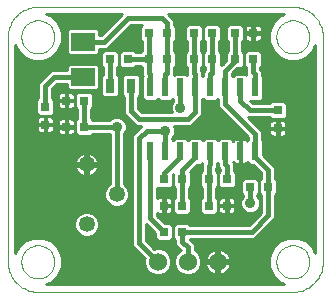
<source format=gtl>
G75*
G70*
%OFA0B0*%
%FSLAX24Y24*%
%IPPOS*%
%LPD*%
%AMOC8*
5,1,8,0,0,1.08239X$1,22.5*
%
%ADD10C,0.0000*%
%ADD11R,0.0236X0.0591*%
%ADD12R,0.0300X0.0300*%
%ADD13R,0.0315X0.0472*%
%ADD14C,0.0531*%
%ADD15C,0.0600*%
%ADD16R,0.0787X0.0591*%
%ADD17C,0.0100*%
%ADD18C,0.0160*%
%ADD19C,0.0357*%
D10*
X001650Y000650D02*
X010150Y000650D01*
X009599Y001650D02*
X009601Y001697D01*
X009607Y001743D01*
X009617Y001789D01*
X009630Y001834D01*
X009648Y001877D01*
X009669Y001919D01*
X009693Y001959D01*
X009721Y001996D01*
X009752Y002031D01*
X009786Y002064D01*
X009822Y002093D01*
X009861Y002119D01*
X009902Y002142D01*
X009945Y002161D01*
X009989Y002177D01*
X010034Y002189D01*
X010080Y002197D01*
X010127Y002201D01*
X010173Y002201D01*
X010220Y002197D01*
X010266Y002189D01*
X010311Y002177D01*
X010355Y002161D01*
X010398Y002142D01*
X010439Y002119D01*
X010478Y002093D01*
X010514Y002064D01*
X010548Y002031D01*
X010579Y001996D01*
X010607Y001959D01*
X010631Y001919D01*
X010652Y001877D01*
X010670Y001834D01*
X010683Y001789D01*
X010693Y001743D01*
X010699Y001697D01*
X010701Y001650D01*
X010699Y001603D01*
X010693Y001557D01*
X010683Y001511D01*
X010670Y001466D01*
X010652Y001423D01*
X010631Y001381D01*
X010607Y001341D01*
X010579Y001304D01*
X010548Y001269D01*
X010514Y001236D01*
X010478Y001207D01*
X010439Y001181D01*
X010398Y001158D01*
X010355Y001139D01*
X010311Y001123D01*
X010266Y001111D01*
X010220Y001103D01*
X010173Y001099D01*
X010127Y001099D01*
X010080Y001103D01*
X010034Y001111D01*
X009989Y001123D01*
X009945Y001139D01*
X009902Y001158D01*
X009861Y001181D01*
X009822Y001207D01*
X009786Y001236D01*
X009752Y001269D01*
X009721Y001304D01*
X009693Y001341D01*
X009669Y001381D01*
X009648Y001423D01*
X009630Y001466D01*
X009617Y001511D01*
X009607Y001557D01*
X009601Y001603D01*
X009599Y001650D01*
X010150Y000650D02*
X010210Y000652D01*
X010271Y000657D01*
X010330Y000666D01*
X010389Y000679D01*
X010448Y000695D01*
X010505Y000715D01*
X010560Y000738D01*
X010615Y000765D01*
X010667Y000794D01*
X010718Y000827D01*
X010767Y000863D01*
X010813Y000901D01*
X010857Y000943D01*
X010899Y000987D01*
X010937Y001033D01*
X010973Y001082D01*
X011006Y001133D01*
X011035Y001185D01*
X011062Y001240D01*
X011085Y001295D01*
X011105Y001352D01*
X011121Y001411D01*
X011134Y001470D01*
X011143Y001529D01*
X011148Y001590D01*
X011150Y001650D01*
X011150Y009150D01*
X009599Y009150D02*
X009601Y009197D01*
X009607Y009243D01*
X009617Y009289D01*
X009630Y009334D01*
X009648Y009377D01*
X009669Y009419D01*
X009693Y009459D01*
X009721Y009496D01*
X009752Y009531D01*
X009786Y009564D01*
X009822Y009593D01*
X009861Y009619D01*
X009902Y009642D01*
X009945Y009661D01*
X009989Y009677D01*
X010034Y009689D01*
X010080Y009697D01*
X010127Y009701D01*
X010173Y009701D01*
X010220Y009697D01*
X010266Y009689D01*
X010311Y009677D01*
X010355Y009661D01*
X010398Y009642D01*
X010439Y009619D01*
X010478Y009593D01*
X010514Y009564D01*
X010548Y009531D01*
X010579Y009496D01*
X010607Y009459D01*
X010631Y009419D01*
X010652Y009377D01*
X010670Y009334D01*
X010683Y009289D01*
X010693Y009243D01*
X010699Y009197D01*
X010701Y009150D01*
X010699Y009103D01*
X010693Y009057D01*
X010683Y009011D01*
X010670Y008966D01*
X010652Y008923D01*
X010631Y008881D01*
X010607Y008841D01*
X010579Y008804D01*
X010548Y008769D01*
X010514Y008736D01*
X010478Y008707D01*
X010439Y008681D01*
X010398Y008658D01*
X010355Y008639D01*
X010311Y008623D01*
X010266Y008611D01*
X010220Y008603D01*
X010173Y008599D01*
X010127Y008599D01*
X010080Y008603D01*
X010034Y008611D01*
X009989Y008623D01*
X009945Y008639D01*
X009902Y008658D01*
X009861Y008681D01*
X009822Y008707D01*
X009786Y008736D01*
X009752Y008769D01*
X009721Y008804D01*
X009693Y008841D01*
X009669Y008881D01*
X009648Y008923D01*
X009630Y008966D01*
X009617Y009011D01*
X009607Y009057D01*
X009601Y009103D01*
X009599Y009150D01*
X010150Y010150D02*
X010210Y010148D01*
X010271Y010143D01*
X010330Y010134D01*
X010389Y010121D01*
X010448Y010105D01*
X010505Y010085D01*
X010560Y010062D01*
X010615Y010035D01*
X010667Y010006D01*
X010718Y009973D01*
X010767Y009937D01*
X010813Y009899D01*
X010857Y009857D01*
X010899Y009813D01*
X010937Y009767D01*
X010973Y009718D01*
X011006Y009667D01*
X011035Y009615D01*
X011062Y009560D01*
X011085Y009505D01*
X011105Y009448D01*
X011121Y009389D01*
X011134Y009330D01*
X011143Y009271D01*
X011148Y009210D01*
X011150Y009150D01*
X010150Y010150D02*
X001650Y010150D01*
X001099Y009150D02*
X001101Y009197D01*
X001107Y009243D01*
X001117Y009289D01*
X001130Y009334D01*
X001148Y009377D01*
X001169Y009419D01*
X001193Y009459D01*
X001221Y009496D01*
X001252Y009531D01*
X001286Y009564D01*
X001322Y009593D01*
X001361Y009619D01*
X001402Y009642D01*
X001445Y009661D01*
X001489Y009677D01*
X001534Y009689D01*
X001580Y009697D01*
X001627Y009701D01*
X001673Y009701D01*
X001720Y009697D01*
X001766Y009689D01*
X001811Y009677D01*
X001855Y009661D01*
X001898Y009642D01*
X001939Y009619D01*
X001978Y009593D01*
X002014Y009564D01*
X002048Y009531D01*
X002079Y009496D01*
X002107Y009459D01*
X002131Y009419D01*
X002152Y009377D01*
X002170Y009334D01*
X002183Y009289D01*
X002193Y009243D01*
X002199Y009197D01*
X002201Y009150D01*
X002199Y009103D01*
X002193Y009057D01*
X002183Y009011D01*
X002170Y008966D01*
X002152Y008923D01*
X002131Y008881D01*
X002107Y008841D01*
X002079Y008804D01*
X002048Y008769D01*
X002014Y008736D01*
X001978Y008707D01*
X001939Y008681D01*
X001898Y008658D01*
X001855Y008639D01*
X001811Y008623D01*
X001766Y008611D01*
X001720Y008603D01*
X001673Y008599D01*
X001627Y008599D01*
X001580Y008603D01*
X001534Y008611D01*
X001489Y008623D01*
X001445Y008639D01*
X001402Y008658D01*
X001361Y008681D01*
X001322Y008707D01*
X001286Y008736D01*
X001252Y008769D01*
X001221Y008804D01*
X001193Y008841D01*
X001169Y008881D01*
X001148Y008923D01*
X001130Y008966D01*
X001117Y009011D01*
X001107Y009057D01*
X001101Y009103D01*
X001099Y009150D01*
X000650Y009150D02*
X000650Y001650D01*
X001099Y001650D02*
X001101Y001697D01*
X001107Y001743D01*
X001117Y001789D01*
X001130Y001834D01*
X001148Y001877D01*
X001169Y001919D01*
X001193Y001959D01*
X001221Y001996D01*
X001252Y002031D01*
X001286Y002064D01*
X001322Y002093D01*
X001361Y002119D01*
X001402Y002142D01*
X001445Y002161D01*
X001489Y002177D01*
X001534Y002189D01*
X001580Y002197D01*
X001627Y002201D01*
X001673Y002201D01*
X001720Y002197D01*
X001766Y002189D01*
X001811Y002177D01*
X001855Y002161D01*
X001898Y002142D01*
X001939Y002119D01*
X001978Y002093D01*
X002014Y002064D01*
X002048Y002031D01*
X002079Y001996D01*
X002107Y001959D01*
X002131Y001919D01*
X002152Y001877D01*
X002170Y001834D01*
X002183Y001789D01*
X002193Y001743D01*
X002199Y001697D01*
X002201Y001650D01*
X002199Y001603D01*
X002193Y001557D01*
X002183Y001511D01*
X002170Y001466D01*
X002152Y001423D01*
X002131Y001381D01*
X002107Y001341D01*
X002079Y001304D01*
X002048Y001269D01*
X002014Y001236D01*
X001978Y001207D01*
X001939Y001181D01*
X001898Y001158D01*
X001855Y001139D01*
X001811Y001123D01*
X001766Y001111D01*
X001720Y001103D01*
X001673Y001099D01*
X001627Y001099D01*
X001580Y001103D01*
X001534Y001111D01*
X001489Y001123D01*
X001445Y001139D01*
X001402Y001158D01*
X001361Y001181D01*
X001322Y001207D01*
X001286Y001236D01*
X001252Y001269D01*
X001221Y001304D01*
X001193Y001341D01*
X001169Y001381D01*
X001148Y001423D01*
X001130Y001466D01*
X001117Y001511D01*
X001107Y001557D01*
X001101Y001603D01*
X001099Y001650D01*
X000650Y001650D02*
X000652Y001590D01*
X000657Y001529D01*
X000666Y001470D01*
X000679Y001411D01*
X000695Y001352D01*
X000715Y001295D01*
X000738Y001240D01*
X000765Y001185D01*
X000794Y001133D01*
X000827Y001082D01*
X000863Y001033D01*
X000901Y000987D01*
X000943Y000943D01*
X000987Y000901D01*
X001033Y000863D01*
X001082Y000827D01*
X001133Y000794D01*
X001185Y000765D01*
X001240Y000738D01*
X001295Y000715D01*
X001352Y000695D01*
X001411Y000679D01*
X001470Y000666D01*
X001529Y000657D01*
X001590Y000652D01*
X001650Y000650D01*
X000650Y009150D02*
X000652Y009210D01*
X000657Y009271D01*
X000666Y009330D01*
X000679Y009389D01*
X000695Y009448D01*
X000715Y009505D01*
X000738Y009560D01*
X000765Y009615D01*
X000794Y009667D01*
X000827Y009718D01*
X000863Y009767D01*
X000901Y009813D01*
X000943Y009857D01*
X000987Y009899D01*
X001033Y009937D01*
X001082Y009973D01*
X001133Y010006D01*
X001185Y010035D01*
X001240Y010062D01*
X001295Y010085D01*
X001352Y010105D01*
X001411Y010121D01*
X001470Y010134D01*
X001529Y010143D01*
X001590Y010148D01*
X001650Y010150D01*
D11*
X005400Y007463D03*
X005900Y007463D03*
X006400Y007463D03*
X006900Y007463D03*
X007400Y007463D03*
X007900Y007463D03*
X008400Y007463D03*
X008900Y007463D03*
X008900Y005337D03*
X008400Y005337D03*
X007900Y005337D03*
X007400Y005337D03*
X006900Y005337D03*
X006400Y005337D03*
X005900Y005337D03*
X005400Y005337D03*
D12*
X005850Y004400D03*
X006450Y004400D03*
X006450Y003525D03*
X005850Y003525D03*
X005850Y002650D03*
X006450Y002650D03*
X007350Y003525D03*
X007950Y003525D03*
X008725Y004150D03*
X009325Y004150D03*
X007950Y004400D03*
X007350Y004400D03*
X009650Y006100D03*
X009650Y006700D03*
X008825Y008400D03*
X008225Y008400D03*
X007450Y008400D03*
X006850Y008400D03*
X006850Y009275D03*
X007450Y009275D03*
X008225Y009275D03*
X008825Y009275D03*
X005950Y009275D03*
X005350Y009275D03*
X005350Y008400D03*
X005950Y008400D03*
X004650Y008400D03*
X004050Y008400D03*
X003200Y007025D03*
X002600Y007025D03*
X001900Y006825D03*
X001900Y006225D03*
X002600Y006150D03*
X003200Y006150D03*
D13*
X004046Y007525D03*
X004754Y007525D03*
D14*
X003275Y004900D03*
X004275Y003900D03*
X003275Y002900D03*
D15*
X005650Y001650D03*
X006650Y001650D03*
X007650Y001650D03*
D16*
X003150Y007809D03*
X003150Y008991D03*
D17*
X002606Y009015D02*
X002451Y009015D01*
X002451Y008991D02*
X002451Y009309D01*
X002329Y009604D01*
X002104Y009829D01*
X001933Y009900D01*
X004450Y009900D01*
X003770Y009221D01*
X003694Y009221D01*
X003694Y009348D01*
X003606Y009436D01*
X002694Y009436D01*
X002606Y009348D01*
X002606Y008633D01*
X002694Y008545D01*
X003606Y008545D01*
X003694Y008633D01*
X003694Y008761D01*
X003961Y008761D01*
X004096Y008895D01*
X004745Y009545D01*
X005108Y009545D01*
X005050Y009487D01*
X005050Y009063D01*
X005120Y008993D01*
X005120Y008682D01*
X005068Y008630D01*
X004932Y008630D01*
X004862Y008700D01*
X004438Y008700D01*
X004350Y008612D01*
X004262Y008700D01*
X003838Y008700D01*
X003750Y008612D01*
X003750Y008188D01*
X003820Y008118D01*
X003820Y007905D01*
X003738Y007823D01*
X003738Y007227D01*
X003826Y007139D01*
X004265Y007139D01*
X004353Y007227D01*
X004353Y007823D01*
X004280Y007897D01*
X004280Y008118D01*
X004350Y008188D01*
X004350Y008612D01*
X004350Y008188D01*
X004438Y008100D01*
X004862Y008100D01*
X004932Y008170D01*
X005068Y008170D01*
X005120Y008118D01*
X005120Y007855D01*
X005143Y007832D01*
X005132Y007820D01*
X005132Y007106D01*
X005220Y007018D01*
X005580Y007018D01*
X005650Y007087D01*
X005720Y007018D01*
X006080Y007018D01*
X006150Y007087D01*
X006170Y007067D01*
X006170Y007010D01*
X006121Y006961D01*
X006071Y006840D01*
X006071Y006710D01*
X006104Y006630D01*
X005120Y006630D01*
X004984Y006766D01*
X004984Y007149D01*
X005062Y007227D01*
X005062Y007823D01*
X004974Y007911D01*
X004535Y007911D01*
X004447Y007823D01*
X004447Y007227D01*
X004524Y007149D01*
X004524Y006575D01*
X004795Y006305D01*
X004930Y006170D01*
X005095Y006170D01*
X005045Y006120D01*
X004795Y005870D01*
X004795Y002180D01*
X004930Y002045D01*
X005210Y001764D01*
X005200Y001740D01*
X005200Y001560D01*
X005269Y001395D01*
X005395Y001269D01*
X005560Y001200D01*
X005740Y001200D01*
X005905Y001269D01*
X006031Y001395D01*
X006100Y001560D01*
X006100Y001740D01*
X006031Y001905D01*
X005905Y002031D01*
X005740Y002100D01*
X005560Y002100D01*
X005536Y002090D01*
X005255Y002370D01*
X005255Y002920D01*
X005550Y002625D01*
X005550Y002438D01*
X005638Y002350D01*
X006062Y002350D01*
X006150Y002438D01*
X006216Y002371D01*
X006220Y002317D01*
X005308Y002317D01*
X005255Y002416D02*
X005572Y002416D01*
X005550Y002514D02*
X005255Y002514D01*
X005255Y002613D02*
X005550Y002613D01*
X005464Y002711D02*
X005255Y002711D01*
X005255Y002810D02*
X005365Y002810D01*
X005267Y002908D02*
X005255Y002908D01*
X005630Y003195D02*
X005630Y003265D01*
X005650Y003254D01*
X005683Y003245D01*
X005825Y003245D01*
X005825Y003500D01*
X005875Y003500D01*
X005875Y003550D01*
X005825Y003550D01*
X005825Y003805D01*
X005683Y003805D01*
X005650Y003796D01*
X005630Y003785D01*
X005630Y004108D01*
X005638Y004100D01*
X006062Y004100D01*
X006150Y004188D01*
X006220Y004118D01*
X006220Y003807D01*
X006150Y003737D01*
X006150Y003313D01*
X006238Y003225D01*
X006662Y003225D01*
X006750Y003313D01*
X006750Y003737D01*
X006680Y003807D01*
X006680Y004118D01*
X006750Y004188D01*
X006750Y004612D01*
X006719Y004643D01*
X006967Y004892D01*
X007080Y004892D01*
X007120Y004931D01*
X007120Y004682D01*
X007050Y004612D01*
X007050Y004188D01*
X007120Y004118D01*
X007120Y003807D01*
X007050Y003737D01*
X007050Y003313D01*
X007138Y003225D01*
X007562Y003225D01*
X007650Y003313D01*
X007650Y003737D01*
X007580Y003807D01*
X007580Y004118D01*
X007650Y004188D01*
X007738Y004100D01*
X008162Y004100D01*
X008250Y004188D01*
X008250Y004612D01*
X008180Y004682D01*
X008180Y004945D01*
X008157Y004968D01*
X008168Y004979D01*
X008178Y004962D01*
X008202Y004938D01*
X008232Y004921D01*
X008265Y004912D01*
X008391Y004912D01*
X008391Y005328D01*
X008409Y005328D01*
X008409Y004912D01*
X008535Y004912D01*
X008568Y004921D01*
X008598Y004938D01*
X008622Y004962D01*
X008632Y004979D01*
X008720Y004892D01*
X008833Y004892D01*
X009095Y004630D01*
X009095Y004432D01*
X009025Y004362D01*
X008937Y004450D01*
X008513Y004450D01*
X008425Y004362D01*
X008425Y003938D01*
X008495Y003868D01*
X008495Y003835D01*
X008446Y003786D01*
X008396Y003665D01*
X008396Y003535D01*
X008446Y003414D01*
X008539Y003321D01*
X008660Y003271D01*
X008790Y003271D01*
X008911Y003321D01*
X009004Y003414D01*
X009054Y003535D01*
X009054Y003665D01*
X009004Y003786D01*
X008955Y003835D01*
X008955Y003868D01*
X009025Y003938D01*
X009025Y004362D01*
X009025Y003938D01*
X009095Y003868D01*
X009095Y003295D01*
X008680Y002880D01*
X006732Y002880D01*
X006662Y002950D01*
X006238Y002950D01*
X006150Y002862D01*
X006150Y002438D01*
X006150Y002862D01*
X006062Y002950D01*
X005875Y002950D01*
X005630Y003195D01*
X005630Y003204D02*
X009003Y003204D01*
X009095Y003302D02*
X008865Y003302D01*
X008990Y003401D02*
X009095Y003401D01*
X009095Y003499D02*
X009039Y003499D01*
X009054Y003598D02*
X009095Y003598D01*
X009095Y003696D02*
X009041Y003696D01*
X008995Y003795D02*
X009095Y003795D01*
X009070Y003893D02*
X008980Y003893D01*
X009025Y003992D02*
X009025Y003992D01*
X009025Y004090D02*
X009025Y004090D01*
X009025Y004189D02*
X009025Y004189D01*
X009025Y004287D02*
X009025Y004287D01*
X009002Y004386D02*
X009048Y004386D01*
X009095Y004484D02*
X008250Y004484D01*
X008250Y004386D02*
X008448Y004386D01*
X008425Y004287D02*
X008250Y004287D01*
X008250Y004189D02*
X008425Y004189D01*
X008425Y004090D02*
X007580Y004090D01*
X007580Y003992D02*
X008425Y003992D01*
X008470Y003893D02*
X007580Y003893D01*
X007593Y003795D02*
X007747Y003795D01*
X007750Y003796D02*
X007720Y003779D01*
X007696Y003755D01*
X007679Y003725D01*
X007670Y003692D01*
X007670Y003550D01*
X007925Y003550D01*
X007925Y003805D01*
X007783Y003805D01*
X007750Y003796D01*
X007671Y003696D02*
X007650Y003696D01*
X007650Y003598D02*
X007670Y003598D01*
X007670Y003500D02*
X007670Y003358D01*
X007679Y003325D01*
X007696Y003295D01*
X007720Y003271D01*
X007750Y003254D01*
X007783Y003245D01*
X007925Y003245D01*
X007925Y003500D01*
X007975Y003500D01*
X007975Y003550D01*
X008230Y003550D01*
X008230Y003692D01*
X008221Y003725D01*
X008204Y003755D01*
X008180Y003779D01*
X008150Y003796D01*
X008117Y003805D01*
X007975Y003805D01*
X007975Y003550D01*
X007925Y003550D01*
X007925Y003500D01*
X007670Y003500D01*
X007670Y003499D02*
X007650Y003499D01*
X007650Y003401D02*
X007670Y003401D01*
X007692Y003302D02*
X007639Y003302D01*
X007925Y003302D02*
X007975Y003302D01*
X007975Y003245D02*
X008117Y003245D01*
X008150Y003254D01*
X008180Y003271D01*
X008204Y003295D01*
X008221Y003325D01*
X008230Y003358D01*
X008230Y003500D01*
X007975Y003500D01*
X007975Y003245D01*
X007975Y003401D02*
X007925Y003401D01*
X007925Y003499D02*
X007975Y003499D01*
X007975Y003598D02*
X007925Y003598D01*
X007925Y003696D02*
X007975Y003696D01*
X007975Y003795D02*
X007925Y003795D01*
X008153Y003795D02*
X008455Y003795D01*
X008409Y003696D02*
X008229Y003696D01*
X008230Y003598D02*
X008396Y003598D01*
X008411Y003499D02*
X008230Y003499D01*
X008230Y003401D02*
X008460Y003401D01*
X008585Y003302D02*
X008208Y003302D01*
X008708Y002908D02*
X006704Y002908D01*
X006739Y003302D02*
X007061Y003302D01*
X007050Y003401D02*
X006750Y003401D01*
X006750Y003499D02*
X007050Y003499D01*
X007050Y003598D02*
X006750Y003598D01*
X006750Y003696D02*
X007050Y003696D01*
X007107Y003795D02*
X006693Y003795D01*
X006680Y003893D02*
X007120Y003893D01*
X007120Y003992D02*
X006680Y003992D01*
X006680Y004090D02*
X007120Y004090D01*
X007050Y004189D02*
X006750Y004189D01*
X006750Y004287D02*
X007050Y004287D01*
X007050Y004386D02*
X006750Y004386D01*
X006750Y004484D02*
X007050Y004484D01*
X007050Y004583D02*
X006750Y004583D01*
X006756Y004681D02*
X007119Y004681D01*
X007120Y004780D02*
X006855Y004780D01*
X006953Y004878D02*
X007120Y004878D01*
X006900Y005150D02*
X006900Y005337D01*
X007150Y005713D02*
X007080Y005782D01*
X006720Y005782D01*
X006650Y005713D01*
X006580Y005782D01*
X006220Y005782D01*
X006150Y005713D01*
X006130Y005733D01*
X006130Y005790D01*
X006179Y005839D01*
X006229Y005960D01*
X006229Y006090D01*
X006196Y006170D01*
X006745Y006170D01*
X006995Y006420D01*
X007130Y006555D01*
X007130Y007067D01*
X007150Y007087D01*
X007220Y007018D01*
X007580Y007018D01*
X007650Y007087D01*
X007670Y007067D01*
X007670Y006805D01*
X008670Y005805D01*
X008670Y005733D01*
X008632Y005695D01*
X008622Y005712D01*
X008598Y005736D01*
X008568Y005753D01*
X008535Y005762D01*
X008409Y005762D01*
X008409Y005346D01*
X008391Y005346D01*
X008391Y005762D01*
X008265Y005762D01*
X008232Y005753D01*
X008202Y005736D01*
X008178Y005712D01*
X008168Y005695D01*
X008080Y005782D01*
X007720Y005782D01*
X007650Y005713D01*
X007580Y005782D01*
X007220Y005782D01*
X007150Y005713D01*
X007098Y005765D02*
X007202Y005765D01*
X007598Y005765D02*
X007702Y005765D01*
X008098Y005765D02*
X008670Y005765D01*
X008612Y005863D02*
X006189Y005863D01*
X006202Y005765D02*
X006130Y005765D01*
X006229Y005962D02*
X008513Y005962D01*
X008415Y006060D02*
X006229Y006060D01*
X006201Y006159D02*
X008316Y006159D01*
X008218Y006257D02*
X006832Y006257D01*
X006931Y006356D02*
X008119Y006356D01*
X008021Y006454D02*
X007029Y006454D01*
X007128Y006553D02*
X007922Y006553D01*
X007824Y006651D02*
X007130Y006651D01*
X007130Y006750D02*
X007725Y006750D01*
X007670Y006848D02*
X007130Y006848D01*
X007130Y006947D02*
X007670Y006947D01*
X007670Y007045D02*
X007608Y007045D01*
X007192Y007045D02*
X007130Y007045D01*
X007150Y007839D02*
X007130Y007859D01*
X007130Y007995D01*
X007080Y008045D01*
X007080Y008118D01*
X007150Y008188D01*
X007150Y008612D01*
X007080Y008682D01*
X007080Y008993D01*
X007150Y009063D01*
X007150Y009487D01*
X007062Y009575D01*
X006638Y009575D01*
X006550Y009487D01*
X006550Y009063D01*
X006620Y008993D01*
X006620Y008682D01*
X006550Y008612D01*
X006550Y008188D01*
X006620Y008118D01*
X006620Y007869D01*
X006580Y007908D01*
X006220Y007908D01*
X006180Y007869D01*
X006180Y008118D01*
X006250Y008188D01*
X006250Y008612D01*
X006180Y008682D01*
X006180Y008993D01*
X006250Y009063D01*
X006250Y009487D01*
X006180Y009557D01*
X006180Y009695D01*
X006045Y009830D01*
X006005Y009870D01*
X006005Y009870D01*
X005975Y009900D01*
X009867Y009900D01*
X009696Y009829D01*
X009471Y009604D01*
X009349Y009309D01*
X009349Y008991D01*
X009471Y008696D01*
X009696Y008471D01*
X009991Y008349D01*
X010309Y008349D01*
X010604Y008471D01*
X010829Y008696D01*
X010900Y008867D01*
X010900Y001933D01*
X010829Y002104D01*
X010604Y002329D01*
X010309Y002451D01*
X009991Y002451D01*
X009696Y002329D01*
X009471Y002104D01*
X009349Y001809D01*
X009349Y001491D01*
X009471Y001196D01*
X009696Y000971D01*
X009867Y000900D01*
X001933Y000900D01*
X002104Y000971D01*
X002329Y001196D01*
X002451Y001491D01*
X002451Y001809D01*
X002329Y002104D01*
X002104Y002329D01*
X001809Y002451D01*
X001491Y002451D01*
X001196Y002329D01*
X000971Y002104D01*
X000900Y001933D01*
X000900Y008867D01*
X000971Y008696D01*
X001196Y008471D01*
X001491Y008349D01*
X001809Y008349D01*
X002104Y008471D01*
X002329Y008696D01*
X002451Y008991D01*
X002420Y008917D02*
X002606Y008917D01*
X002606Y008818D02*
X002380Y008818D01*
X002339Y008720D02*
X002606Y008720D01*
X002618Y008621D02*
X002254Y008621D01*
X002156Y008523D02*
X003750Y008523D01*
X003759Y008621D02*
X003682Y008621D01*
X003694Y008720D02*
X005120Y008720D01*
X005120Y008818D02*
X004018Y008818D01*
X004117Y008917D02*
X005120Y008917D01*
X005098Y009015D02*
X004215Y009015D01*
X004314Y009114D02*
X005050Y009114D01*
X005050Y009212D02*
X004412Y009212D01*
X004511Y009311D02*
X005050Y009311D01*
X005050Y009409D02*
X004609Y009409D01*
X004708Y009508D02*
X005070Y009508D01*
X004353Y009803D02*
X002130Y009803D01*
X002229Y009705D02*
X004254Y009705D01*
X004156Y009606D02*
X002327Y009606D01*
X002369Y009508D02*
X004057Y009508D01*
X003959Y009409D02*
X003633Y009409D01*
X003694Y009311D02*
X003860Y009311D01*
X004341Y008621D02*
X004359Y008621D01*
X004350Y008523D02*
X004350Y008523D01*
X004350Y008424D02*
X004350Y008424D01*
X004350Y008326D02*
X004350Y008326D01*
X004350Y008227D02*
X004350Y008227D01*
X004291Y008129D02*
X004409Y008129D01*
X004280Y008030D02*
X005120Y008030D01*
X005120Y007932D02*
X004280Y007932D01*
X004343Y007833D02*
X004457Y007833D01*
X004447Y007735D02*
X004353Y007735D01*
X004353Y007636D02*
X004447Y007636D01*
X004447Y007538D02*
X004353Y007538D01*
X004353Y007439D02*
X004447Y007439D01*
X004447Y007341D02*
X004353Y007341D01*
X004353Y007242D02*
X004447Y007242D01*
X004524Y007144D02*
X004270Y007144D01*
X004524Y007045D02*
X003500Y007045D01*
X003500Y006947D02*
X004524Y006947D01*
X004524Y006848D02*
X003500Y006848D01*
X003500Y006813D02*
X003500Y007237D01*
X003412Y007325D01*
X002988Y007325D01*
X002900Y007237D01*
X002900Y006813D01*
X002970Y006743D01*
X002970Y006432D01*
X002900Y006362D01*
X002900Y005938D01*
X002988Y005850D01*
X003412Y005850D01*
X003482Y005920D01*
X004040Y005920D01*
X004045Y005915D01*
X004045Y004255D01*
X004039Y004252D01*
X003923Y004136D01*
X003859Y003983D01*
X003859Y003817D01*
X003923Y003664D01*
X004039Y003548D01*
X004192Y003484D01*
X004358Y003484D01*
X004511Y003548D01*
X004627Y003664D01*
X004691Y003817D01*
X004691Y003983D01*
X004627Y004136D01*
X004511Y004252D01*
X004505Y004255D01*
X004505Y005915D01*
X004554Y005964D01*
X004604Y006085D01*
X004604Y006215D01*
X004554Y006336D01*
X004461Y006429D01*
X004340Y006479D01*
X004210Y006479D01*
X004089Y006429D01*
X004040Y006380D01*
X003482Y006380D01*
X003430Y006432D01*
X003430Y006743D01*
X003500Y006813D01*
X003437Y006750D02*
X004524Y006750D01*
X004524Y006651D02*
X003430Y006651D01*
X003430Y006553D02*
X004547Y006553D01*
X004646Y006454D02*
X004400Y006454D01*
X004534Y006356D02*
X004744Y006356D01*
X004843Y006257D02*
X004586Y006257D01*
X004604Y006159D02*
X005083Y006159D01*
X004985Y006060D02*
X004594Y006060D01*
X004551Y005962D02*
X004886Y005962D01*
X004795Y005863D02*
X004505Y005863D01*
X004505Y005765D02*
X004795Y005765D01*
X004795Y005666D02*
X004505Y005666D01*
X004505Y005568D02*
X004795Y005568D01*
X004795Y005469D02*
X004505Y005469D01*
X004505Y005371D02*
X004795Y005371D01*
X004795Y005272D02*
X004505Y005272D01*
X004505Y005174D02*
X004795Y005174D01*
X004795Y005075D02*
X004505Y005075D01*
X004505Y004977D02*
X004795Y004977D01*
X004795Y004878D02*
X004505Y004878D01*
X004505Y004780D02*
X004795Y004780D01*
X004795Y004681D02*
X004505Y004681D01*
X004505Y004583D02*
X004795Y004583D01*
X004795Y004484D02*
X004505Y004484D01*
X004505Y004386D02*
X004795Y004386D01*
X004795Y004287D02*
X004505Y004287D01*
X004574Y004189D02*
X004795Y004189D01*
X004795Y004090D02*
X004646Y004090D01*
X004687Y003992D02*
X004795Y003992D01*
X004795Y003893D02*
X004691Y003893D01*
X004681Y003795D02*
X004795Y003795D01*
X004795Y003696D02*
X004641Y003696D01*
X004560Y003598D02*
X004795Y003598D01*
X004795Y003499D02*
X004393Y003499D01*
X004157Y003499D02*
X000900Y003499D01*
X000900Y003401D02*
X004795Y003401D01*
X004795Y003302D02*
X003391Y003302D01*
X003358Y003316D02*
X003192Y003316D01*
X003039Y003252D01*
X002923Y003136D01*
X002859Y002983D01*
X002859Y002817D01*
X002923Y002664D01*
X003039Y002548D01*
X003192Y002484D01*
X003358Y002484D01*
X003511Y002548D01*
X003627Y002664D01*
X003691Y002817D01*
X003691Y002983D01*
X003627Y003136D01*
X003511Y003252D01*
X003358Y003316D01*
X003159Y003302D02*
X000900Y003302D01*
X000900Y003204D02*
X002991Y003204D01*
X002910Y003105D02*
X000900Y003105D01*
X000900Y003007D02*
X002869Y003007D01*
X002859Y002908D02*
X000900Y002908D01*
X000900Y002810D02*
X002862Y002810D01*
X002903Y002711D02*
X000900Y002711D01*
X000900Y002613D02*
X002975Y002613D01*
X003120Y002514D02*
X000900Y002514D01*
X000900Y002416D02*
X001405Y002416D01*
X001184Y002317D02*
X000900Y002317D01*
X000900Y002219D02*
X001085Y002219D01*
X000987Y002120D02*
X000900Y002120D01*
X000900Y002022D02*
X000937Y002022D01*
X001895Y002416D02*
X004795Y002416D01*
X004795Y002514D02*
X003430Y002514D01*
X003575Y002613D02*
X004795Y002613D01*
X004795Y002711D02*
X003647Y002711D01*
X003688Y002810D02*
X004795Y002810D01*
X004795Y002908D02*
X003691Y002908D01*
X003681Y003007D02*
X004795Y003007D01*
X004795Y003105D02*
X003640Y003105D01*
X003559Y003204D02*
X004795Y003204D01*
X003990Y003598D02*
X000900Y003598D01*
X000900Y003696D02*
X003909Y003696D01*
X003869Y003795D02*
X000900Y003795D01*
X000900Y003893D02*
X003859Y003893D01*
X003863Y003992D02*
X000900Y003992D01*
X000900Y004090D02*
X003904Y004090D01*
X003976Y004189D02*
X000900Y004189D01*
X000900Y004287D02*
X004045Y004287D01*
X004045Y004386D02*
X000900Y004386D01*
X000900Y004484D02*
X004045Y004484D01*
X004045Y004583D02*
X003512Y004583D01*
X003527Y004593D02*
X003582Y004648D01*
X003626Y004713D01*
X003656Y004785D01*
X003671Y004861D01*
X003671Y004861D01*
X003314Y004861D01*
X003314Y004939D01*
X003236Y004939D01*
X003236Y005296D01*
X003160Y005281D01*
X003088Y005251D01*
X003023Y005207D01*
X002968Y005152D01*
X002924Y005087D01*
X002894Y005015D01*
X002879Y004939D01*
X002879Y004939D01*
X003236Y004939D01*
X003236Y004861D01*
X002879Y004861D01*
X002894Y004785D01*
X002924Y004713D01*
X002968Y004648D01*
X003023Y004593D01*
X003088Y004549D01*
X003160Y004519D01*
X003236Y004504D01*
X003236Y004504D01*
X003236Y004861D01*
X003314Y004861D01*
X003314Y004504D01*
X003390Y004519D01*
X003462Y004549D01*
X003527Y004593D01*
X003605Y004681D02*
X004045Y004681D01*
X004045Y004780D02*
X003653Y004780D01*
X003671Y004939D02*
X003671Y004939D01*
X003656Y005015D01*
X003626Y005087D01*
X003582Y005152D01*
X003527Y005207D01*
X003462Y005251D01*
X003390Y005281D01*
X003314Y005296D01*
X003314Y005296D01*
X003314Y004939D01*
X003671Y004939D01*
X003663Y004977D02*
X004045Y004977D01*
X004045Y005075D02*
X003631Y005075D01*
X003561Y005174D02*
X004045Y005174D01*
X004045Y005272D02*
X003411Y005272D01*
X003314Y005272D02*
X003236Y005272D01*
X003236Y005296D02*
X003236Y005296D01*
X003139Y005272D02*
X000900Y005272D01*
X000900Y005174D02*
X002989Y005174D01*
X002919Y005075D02*
X000900Y005075D01*
X000900Y004977D02*
X002887Y004977D01*
X002879Y004861D02*
X002879Y004861D01*
X002897Y004780D02*
X000900Y004780D01*
X000900Y004878D02*
X003236Y004878D01*
X003314Y004878D02*
X004045Y004878D01*
X004045Y005371D02*
X000900Y005371D01*
X000900Y005469D02*
X004045Y005469D01*
X004045Y005568D02*
X000900Y005568D01*
X000900Y005666D02*
X004045Y005666D01*
X004045Y005765D02*
X000900Y005765D01*
X000900Y005863D02*
X002975Y005863D01*
X002900Y005962D02*
X002874Y005962D01*
X002871Y005950D02*
X002880Y005983D01*
X002880Y006125D01*
X002625Y006125D01*
X002625Y006175D01*
X002880Y006175D01*
X002880Y006317D01*
X002871Y006350D01*
X002854Y006380D01*
X002830Y006404D01*
X002800Y006421D01*
X002767Y006430D01*
X002625Y006430D01*
X002625Y006175D01*
X002575Y006175D01*
X002575Y006430D01*
X002433Y006430D01*
X002400Y006421D01*
X002370Y006404D01*
X002346Y006380D01*
X002329Y006350D01*
X002320Y006317D01*
X002320Y006175D01*
X002575Y006175D01*
X002575Y006125D01*
X002625Y006125D01*
X002625Y005870D01*
X002767Y005870D01*
X002800Y005879D01*
X002830Y005896D01*
X002854Y005920D01*
X002871Y005950D01*
X002880Y006060D02*
X002900Y006060D01*
X002900Y006159D02*
X002625Y006159D01*
X002575Y006159D02*
X002180Y006159D01*
X002180Y006200D02*
X002180Y006058D01*
X002171Y006025D01*
X002154Y005995D01*
X002130Y005971D01*
X002100Y005954D01*
X002067Y005945D01*
X001925Y005945D01*
X001925Y006200D01*
X001925Y006250D01*
X001875Y006250D01*
X001875Y006505D01*
X001733Y006505D01*
X001700Y006496D01*
X001670Y006479D01*
X001646Y006455D01*
X001629Y006425D01*
X001620Y006392D01*
X001620Y006250D01*
X001875Y006250D01*
X001875Y006200D01*
X001925Y006200D01*
X002180Y006200D01*
X002180Y006250D02*
X002180Y006392D01*
X002171Y006425D01*
X002154Y006455D01*
X002130Y006479D01*
X002100Y006496D01*
X002067Y006505D01*
X001925Y006505D01*
X001925Y006250D01*
X002180Y006250D01*
X002180Y006257D02*
X002320Y006257D01*
X002332Y006356D02*
X002180Y006356D01*
X002154Y006454D02*
X002970Y006454D01*
X002970Y006553D02*
X002140Y006553D01*
X002112Y006525D02*
X002200Y006613D01*
X002200Y007037D01*
X002130Y007107D01*
X002130Y007430D01*
X002280Y007579D01*
X002606Y007579D01*
X002606Y007452D01*
X002694Y007364D01*
X003606Y007364D01*
X003694Y007452D01*
X003694Y008167D01*
X003606Y008255D01*
X002694Y008255D01*
X002606Y008167D01*
X002606Y008039D01*
X002089Y008039D01*
X001670Y007620D01*
X001670Y007107D01*
X001600Y007037D01*
X001600Y006613D01*
X001688Y006525D01*
X002112Y006525D01*
X002200Y006651D02*
X002970Y006651D01*
X002963Y006750D02*
X002784Y006750D01*
X002800Y006754D02*
X002830Y006771D01*
X002854Y006795D01*
X002871Y006825D01*
X002880Y006858D01*
X002880Y007000D01*
X002625Y007000D01*
X002625Y007050D01*
X002575Y007050D01*
X002575Y007305D01*
X002433Y007305D01*
X002400Y007296D01*
X002370Y007279D01*
X002346Y007255D01*
X002329Y007225D01*
X002320Y007192D01*
X002320Y007050D01*
X002575Y007050D01*
X002575Y007000D01*
X002320Y007000D01*
X002320Y006858D01*
X002329Y006825D01*
X002346Y006795D01*
X002370Y006771D01*
X002400Y006754D01*
X002433Y006745D01*
X002575Y006745D01*
X002575Y007000D01*
X002625Y007000D01*
X002625Y006745D01*
X002767Y006745D01*
X002800Y006754D01*
X002877Y006848D02*
X002900Y006848D01*
X002900Y006947D02*
X002880Y006947D01*
X002900Y007045D02*
X002625Y007045D01*
X002625Y007050D02*
X002880Y007050D01*
X002880Y007192D01*
X002871Y007225D01*
X002854Y007255D01*
X002830Y007279D01*
X002800Y007296D01*
X002767Y007305D01*
X002625Y007305D01*
X002625Y007050D01*
X002575Y007045D02*
X002192Y007045D01*
X002200Y006947D02*
X002320Y006947D01*
X002323Y006848D02*
X002200Y006848D01*
X002200Y006750D02*
X002416Y006750D01*
X002575Y006750D02*
X002625Y006750D01*
X002625Y006848D02*
X002575Y006848D01*
X002575Y006947D02*
X002625Y006947D01*
X002625Y007144D02*
X002575Y007144D01*
X002575Y007242D02*
X002625Y007242D01*
X002619Y007439D02*
X002139Y007439D01*
X002130Y007341D02*
X003738Y007341D01*
X003738Y007439D02*
X003681Y007439D01*
X003694Y007538D02*
X003738Y007538D01*
X003738Y007636D02*
X003694Y007636D01*
X003694Y007735D02*
X003738Y007735D01*
X003748Y007833D02*
X003694Y007833D01*
X003694Y007932D02*
X003820Y007932D01*
X003820Y008030D02*
X003694Y008030D01*
X003694Y008129D02*
X003809Y008129D01*
X003750Y008227D02*
X003634Y008227D01*
X003750Y008326D02*
X000900Y008326D01*
X000900Y008424D02*
X001309Y008424D01*
X001144Y008523D02*
X000900Y008523D01*
X000900Y008621D02*
X001046Y008621D01*
X000961Y008720D02*
X000900Y008720D01*
X000900Y008818D02*
X000920Y008818D01*
X000900Y008227D02*
X002666Y008227D01*
X002606Y008129D02*
X000900Y008129D01*
X000900Y008030D02*
X002080Y008030D01*
X001981Y007932D02*
X000900Y007932D01*
X000900Y007833D02*
X001883Y007833D01*
X001784Y007735D02*
X000900Y007735D01*
X000900Y007636D02*
X001686Y007636D01*
X001670Y007538D02*
X000900Y007538D01*
X000900Y007439D02*
X001670Y007439D01*
X001670Y007341D02*
X000900Y007341D01*
X000900Y007242D02*
X001670Y007242D01*
X001670Y007144D02*
X000900Y007144D01*
X000900Y007045D02*
X001608Y007045D01*
X001600Y006947D02*
X000900Y006947D01*
X000900Y006848D02*
X001600Y006848D01*
X001600Y006750D02*
X000900Y006750D01*
X000900Y006651D02*
X001600Y006651D01*
X001660Y006553D02*
X000900Y006553D01*
X000900Y006454D02*
X001646Y006454D01*
X001620Y006356D02*
X000900Y006356D01*
X000900Y006257D02*
X001620Y006257D01*
X001620Y006200D02*
X001620Y006058D01*
X001629Y006025D01*
X001646Y005995D01*
X001670Y005971D01*
X001700Y005954D01*
X001733Y005945D01*
X001875Y005945D01*
X001875Y006200D01*
X001620Y006200D01*
X001620Y006159D02*
X000900Y006159D01*
X000900Y006060D02*
X001620Y006060D01*
X001687Y005962D02*
X000900Y005962D01*
X001875Y005962D02*
X001925Y005962D01*
X001925Y006060D02*
X001875Y006060D01*
X001875Y006159D02*
X001925Y006159D01*
X001925Y006257D02*
X001875Y006257D01*
X001875Y006356D02*
X001925Y006356D01*
X001925Y006454D02*
X001875Y006454D01*
X002180Y006060D02*
X002320Y006060D01*
X002320Y006125D02*
X002320Y005983D01*
X002329Y005950D01*
X002346Y005920D01*
X002370Y005896D01*
X002400Y005879D01*
X002433Y005870D01*
X002575Y005870D01*
X002575Y006125D01*
X002320Y006125D01*
X002326Y005962D02*
X002113Y005962D01*
X002575Y005962D02*
X002625Y005962D01*
X002625Y006060D02*
X002575Y006060D01*
X002575Y006257D02*
X002625Y006257D01*
X002625Y006356D02*
X002575Y006356D01*
X002868Y006356D02*
X002900Y006356D01*
X002900Y006257D02*
X002880Y006257D01*
X003430Y006454D02*
X004150Y006454D01*
X004045Y005863D02*
X003425Y005863D01*
X003314Y005174D02*
X003236Y005174D01*
X003236Y005075D02*
X003314Y005075D01*
X003314Y004977D02*
X003236Y004977D01*
X003236Y004780D02*
X003314Y004780D01*
X003314Y004681D02*
X003236Y004681D01*
X003236Y004583D02*
X003314Y004583D01*
X003314Y004504D02*
X003314Y004504D01*
X003038Y004583D02*
X000900Y004583D01*
X000900Y004681D02*
X002945Y004681D01*
X005001Y006750D02*
X006071Y006750D01*
X006074Y006848D02*
X004984Y006848D01*
X004984Y006947D02*
X006115Y006947D01*
X006108Y007045D02*
X006170Y007045D01*
X006096Y006651D02*
X005099Y006651D01*
X005192Y007045D02*
X004984Y007045D01*
X004984Y007144D02*
X005132Y007144D01*
X005132Y007242D02*
X005062Y007242D01*
X005062Y007341D02*
X005132Y007341D01*
X005132Y007439D02*
X005062Y007439D01*
X005062Y007538D02*
X005132Y007538D01*
X005132Y007636D02*
X005062Y007636D01*
X005062Y007735D02*
X005132Y007735D01*
X005142Y007833D02*
X005052Y007833D01*
X005109Y008129D02*
X004891Y008129D01*
X004050Y007529D02*
X004046Y007525D01*
X003738Y007242D02*
X003495Y007242D01*
X003500Y007144D02*
X003821Y007144D01*
X002900Y007144D02*
X002880Y007144D01*
X002861Y007242D02*
X002905Y007242D01*
X002606Y007538D02*
X002238Y007538D01*
X002339Y007242D02*
X002130Y007242D01*
X002130Y007144D02*
X002320Y007144D01*
X001991Y008424D02*
X003750Y008424D01*
X002606Y009114D02*
X002451Y009114D01*
X002451Y009212D02*
X002606Y009212D01*
X002606Y009311D02*
X002451Y009311D01*
X002410Y009409D02*
X002667Y009409D01*
X005608Y007045D02*
X005692Y007045D01*
X006180Y007932D02*
X006620Y007932D01*
X006620Y008030D02*
X006180Y008030D01*
X006191Y008129D02*
X006609Y008129D01*
X006550Y008227D02*
X006250Y008227D01*
X006250Y008326D02*
X006550Y008326D01*
X006550Y008424D02*
X006250Y008424D01*
X006250Y008523D02*
X006550Y008523D01*
X006559Y008621D02*
X006241Y008621D01*
X006180Y008720D02*
X006620Y008720D01*
X006620Y008818D02*
X006180Y008818D01*
X006180Y008917D02*
X006620Y008917D01*
X006598Y009015D02*
X006202Y009015D01*
X006250Y009114D02*
X006550Y009114D01*
X006550Y009212D02*
X006250Y009212D01*
X006250Y009311D02*
X006550Y009311D01*
X006550Y009409D02*
X006250Y009409D01*
X006230Y009508D02*
X006570Y009508D01*
X006180Y009606D02*
X009473Y009606D01*
X009431Y009508D02*
X009076Y009508D01*
X009079Y009505D02*
X009055Y009529D01*
X009025Y009546D01*
X008992Y009555D01*
X008850Y009555D01*
X008850Y009300D01*
X009105Y009300D01*
X009105Y009442D01*
X009096Y009475D01*
X009079Y009505D01*
X009105Y009409D02*
X009390Y009409D01*
X009349Y009311D02*
X009105Y009311D01*
X009105Y009250D02*
X008850Y009250D01*
X008850Y009300D01*
X008800Y009300D01*
X008800Y009555D01*
X008658Y009555D01*
X008625Y009546D01*
X008595Y009529D01*
X008571Y009505D01*
X008554Y009475D01*
X008545Y009442D01*
X008545Y009300D01*
X008800Y009300D01*
X008800Y009250D01*
X008850Y009250D01*
X008850Y008995D01*
X008992Y008995D01*
X009025Y009004D01*
X009055Y009021D01*
X009079Y009045D01*
X009096Y009075D01*
X009105Y009108D01*
X009105Y009250D01*
X009105Y009212D02*
X009349Y009212D01*
X009349Y009114D02*
X009105Y009114D01*
X009045Y009015D02*
X009349Y009015D01*
X009380Y008917D02*
X008455Y008917D01*
X008455Y008993D02*
X008525Y009063D01*
X008525Y009487D01*
X008437Y009575D01*
X008013Y009575D01*
X007925Y009487D01*
X007925Y009063D01*
X007995Y008993D01*
X007995Y008682D01*
X007925Y008612D01*
X007925Y008375D01*
X007805Y008255D01*
X007750Y008200D01*
X007750Y008612D01*
X007680Y008682D01*
X007680Y008993D01*
X007750Y009063D01*
X007750Y009487D01*
X007662Y009575D01*
X007238Y009575D01*
X007150Y009487D01*
X007150Y009063D01*
X007220Y008993D01*
X007220Y008682D01*
X007150Y008612D01*
X007150Y008188D01*
X007220Y008118D01*
X007220Y008045D01*
X007170Y007995D01*
X007170Y007859D01*
X007150Y007839D01*
X007130Y007932D02*
X007170Y007932D01*
X007205Y008030D02*
X007095Y008030D01*
X007091Y008129D02*
X007209Y008129D01*
X007150Y008227D02*
X007150Y008227D01*
X007150Y008326D02*
X007150Y008326D01*
X007150Y008424D02*
X007150Y008424D01*
X007150Y008523D02*
X007150Y008523D01*
X007141Y008621D02*
X007159Y008621D01*
X007220Y008720D02*
X007080Y008720D01*
X007080Y008818D02*
X007220Y008818D01*
X007220Y008917D02*
X007080Y008917D01*
X007102Y009015D02*
X007198Y009015D01*
X007150Y009114D02*
X007150Y009114D01*
X007150Y009212D02*
X007150Y009212D01*
X007150Y009311D02*
X007150Y009311D01*
X007150Y009409D02*
X007150Y009409D01*
X007130Y009508D02*
X007170Y009508D01*
X007730Y009508D02*
X007945Y009508D01*
X007925Y009409D02*
X007750Y009409D01*
X007750Y009311D02*
X007925Y009311D01*
X007925Y009212D02*
X007750Y009212D01*
X007750Y009114D02*
X007925Y009114D01*
X007973Y009015D02*
X007702Y009015D01*
X007680Y008917D02*
X007995Y008917D01*
X007995Y008818D02*
X007680Y008818D01*
X007680Y008720D02*
X007995Y008720D01*
X007934Y008621D02*
X007741Y008621D01*
X007750Y008523D02*
X007925Y008523D01*
X007925Y008424D02*
X007750Y008424D01*
X007750Y008326D02*
X007875Y008326D01*
X007777Y008227D02*
X007750Y008227D01*
X008130Y007930D02*
X008300Y008100D01*
X008437Y008100D01*
X008525Y008188D01*
X008525Y008612D01*
X008455Y008682D01*
X008455Y008993D01*
X008477Y009015D02*
X008605Y009015D01*
X008595Y009021D02*
X008625Y009004D01*
X008658Y008995D01*
X008800Y008995D01*
X008800Y009250D01*
X008545Y009250D01*
X008545Y009108D01*
X008554Y009075D01*
X008571Y009045D01*
X008595Y009021D01*
X008545Y009114D02*
X008525Y009114D01*
X008525Y009212D02*
X008545Y009212D01*
X008545Y009311D02*
X008525Y009311D01*
X008525Y009409D02*
X008545Y009409D01*
X008574Y009508D02*
X008505Y009508D01*
X008800Y009508D02*
X008850Y009508D01*
X008850Y009409D02*
X008800Y009409D01*
X008800Y009311D02*
X008850Y009311D01*
X008850Y009212D02*
X008800Y009212D01*
X008800Y009114D02*
X008850Y009114D01*
X008850Y009015D02*
X008800Y009015D01*
X008613Y008700D02*
X008525Y008612D01*
X008525Y008188D01*
X008595Y008118D01*
X008595Y007894D01*
X008580Y007908D01*
X008220Y007908D01*
X008150Y007839D01*
X008130Y007859D01*
X008130Y007930D01*
X008132Y007932D02*
X008595Y007932D01*
X008595Y008030D02*
X008230Y008030D01*
X008466Y008129D02*
X008584Y008129D01*
X008525Y008227D02*
X008525Y008227D01*
X008525Y008326D02*
X008525Y008326D01*
X008525Y008424D02*
X008525Y008424D01*
X008525Y008523D02*
X008525Y008523D01*
X008516Y008621D02*
X008534Y008621D01*
X008613Y008700D02*
X009037Y008700D01*
X009125Y008612D01*
X009125Y008188D01*
X009055Y008118D01*
X009055Y008070D01*
X009130Y007995D01*
X009130Y007859D01*
X009168Y007820D01*
X009168Y007106D01*
X009080Y007018D01*
X008733Y007018D01*
X008820Y006930D01*
X009368Y006930D01*
X009438Y007000D01*
X009862Y007000D01*
X009950Y006912D01*
X009950Y006488D01*
X009862Y006400D01*
X009438Y006400D01*
X009368Y006470D01*
X008655Y006470D01*
X008995Y006130D01*
X009130Y005995D01*
X009130Y005733D01*
X009168Y005694D01*
X009168Y005207D01*
X009420Y004955D01*
X009555Y004820D01*
X009555Y004432D01*
X009625Y004362D01*
X009625Y003938D01*
X009555Y003868D01*
X009555Y003105D01*
X010900Y003105D01*
X010900Y003007D02*
X009457Y003007D01*
X009555Y003105D02*
X008870Y002420D01*
X006732Y002420D01*
X006713Y002401D01*
X006736Y002380D01*
X006745Y002380D01*
X006807Y002318D01*
X006873Y002260D01*
X006874Y002252D01*
X006880Y002245D01*
X006880Y002158D01*
X006886Y002070D01*
X006880Y002064D01*
X006880Y002042D01*
X006905Y002031D01*
X007031Y001905D01*
X007100Y001740D01*
X007100Y001560D01*
X007031Y001395D01*
X006905Y001269D01*
X006740Y001200D01*
X006560Y001200D01*
X006395Y001269D01*
X006269Y001395D01*
X006200Y001560D01*
X006200Y001740D01*
X006269Y001905D01*
X006395Y002031D01*
X006420Y002042D01*
X006420Y002046D01*
X006364Y002095D01*
X006355Y002095D01*
X006293Y002157D01*
X006227Y002215D01*
X006226Y002223D01*
X006220Y002230D01*
X006220Y002317D01*
X006227Y002219D02*
X005407Y002219D01*
X005505Y002120D02*
X006330Y002120D01*
X006385Y002022D02*
X005915Y002022D01*
X006013Y001923D02*
X006287Y001923D01*
X006235Y001825D02*
X006065Y001825D01*
X006100Y001726D02*
X006200Y001726D01*
X006200Y001628D02*
X006100Y001628D01*
X006087Y001529D02*
X006213Y001529D01*
X006254Y001431D02*
X006046Y001431D01*
X005968Y001332D02*
X006332Y001332D01*
X006480Y001234D02*
X005820Y001234D01*
X005480Y001234D02*
X002345Y001234D01*
X002385Y001332D02*
X005332Y001332D01*
X005254Y001431D02*
X002426Y001431D01*
X002451Y001529D02*
X005213Y001529D01*
X005200Y001628D02*
X002451Y001628D01*
X002451Y001726D02*
X005200Y001726D01*
X005150Y001825D02*
X002445Y001825D01*
X002404Y001923D02*
X005052Y001923D01*
X004953Y002022D02*
X002363Y002022D01*
X002313Y002120D02*
X004855Y002120D01*
X004795Y002219D02*
X002215Y002219D01*
X002116Y002317D02*
X004795Y002317D01*
X005720Y003105D02*
X008905Y003105D01*
X008806Y003007D02*
X005819Y003007D01*
X006104Y002908D02*
X006196Y002908D01*
X006150Y002810D02*
X006150Y002810D01*
X006150Y002711D02*
X006150Y002711D01*
X006150Y002613D02*
X006150Y002613D01*
X006150Y002514D02*
X006150Y002514D01*
X006128Y002416D02*
X006172Y002416D01*
X006728Y002416D02*
X009905Y002416D01*
X009684Y002317D02*
X006808Y002317D01*
X006880Y002219D02*
X009585Y002219D01*
X009487Y002120D02*
X006883Y002120D01*
X006915Y002022D02*
X007432Y002022D01*
X007425Y002018D02*
X007370Y001978D01*
X007322Y001930D01*
X007282Y001875D01*
X007252Y001815D01*
X007231Y001751D01*
X007223Y001700D01*
X007600Y001700D01*
X007600Y002077D01*
X007549Y002069D01*
X007485Y002048D01*
X007425Y002018D01*
X007317Y001923D02*
X007013Y001923D01*
X007065Y001825D02*
X007256Y001825D01*
X007227Y001726D02*
X007100Y001726D01*
X007100Y001628D02*
X007600Y001628D01*
X007600Y001600D02*
X007600Y001700D01*
X007700Y001700D01*
X007700Y002077D01*
X007751Y002069D01*
X007815Y002048D01*
X007875Y002018D01*
X007930Y001978D01*
X007978Y001930D01*
X008018Y001875D01*
X008048Y001815D01*
X008069Y001751D01*
X008077Y001700D01*
X007700Y001700D01*
X007700Y001600D01*
X008077Y001600D01*
X008069Y001549D01*
X008048Y001485D01*
X008018Y001425D01*
X007978Y001370D01*
X007930Y001322D01*
X007875Y001282D01*
X007815Y001252D01*
X007751Y001231D01*
X007700Y001223D01*
X007700Y001600D01*
X007600Y001600D01*
X007223Y001600D01*
X007231Y001549D01*
X007252Y001485D01*
X007282Y001425D01*
X007322Y001370D01*
X007370Y001322D01*
X007425Y001282D01*
X007485Y001252D01*
X007549Y001231D01*
X007600Y001223D01*
X007600Y001600D01*
X007600Y001529D02*
X007700Y001529D01*
X007700Y001431D02*
X007600Y001431D01*
X007600Y001332D02*
X007700Y001332D01*
X007700Y001234D02*
X007600Y001234D01*
X007540Y001234D02*
X006820Y001234D01*
X006968Y001332D02*
X007360Y001332D01*
X007279Y001431D02*
X007046Y001431D01*
X007087Y001529D02*
X007237Y001529D01*
X007600Y001726D02*
X007700Y001726D01*
X007700Y001628D02*
X009349Y001628D01*
X009349Y001726D02*
X008073Y001726D01*
X008044Y001825D02*
X009355Y001825D01*
X009396Y001923D02*
X007983Y001923D01*
X007868Y002022D02*
X009437Y002022D01*
X009349Y001529D02*
X008063Y001529D01*
X008021Y001431D02*
X009374Y001431D01*
X009415Y001332D02*
X007940Y001332D01*
X007760Y001234D02*
X009455Y001234D01*
X009532Y001135D02*
X002268Y001135D01*
X002170Y001037D02*
X009630Y001037D01*
X009775Y000938D02*
X002025Y000938D01*
X005630Y003795D02*
X005647Y003795D01*
X005630Y003893D02*
X006220Y003893D01*
X006220Y003992D02*
X005630Y003992D01*
X005630Y004090D02*
X006220Y004090D01*
X006150Y004188D02*
X006150Y004575D01*
X006150Y004575D01*
X006150Y004188D01*
X006150Y004189D02*
X006150Y004189D01*
X006150Y004287D02*
X006150Y004287D01*
X006150Y004386D02*
X006150Y004386D01*
X006150Y004484D02*
X006150Y004484D01*
X006207Y003795D02*
X006053Y003795D01*
X006050Y003796D02*
X006017Y003805D01*
X005875Y003805D01*
X005875Y003550D01*
X006130Y003550D01*
X006130Y003692D01*
X006121Y003725D01*
X006104Y003755D01*
X006080Y003779D01*
X006050Y003796D01*
X006129Y003696D02*
X006150Y003696D01*
X006150Y003598D02*
X006130Y003598D01*
X006130Y003500D02*
X005875Y003500D01*
X005875Y003245D01*
X006017Y003245D01*
X006050Y003254D01*
X006080Y003271D01*
X006104Y003295D01*
X006121Y003325D01*
X006130Y003358D01*
X006130Y003500D01*
X006130Y003499D02*
X006150Y003499D01*
X006150Y003401D02*
X006130Y003401D01*
X006108Y003302D02*
X006161Y003302D01*
X005875Y003302D02*
X005825Y003302D01*
X005825Y003401D02*
X005875Y003401D01*
X005875Y003499D02*
X005825Y003499D01*
X005825Y003598D02*
X005875Y003598D01*
X005875Y003696D02*
X005825Y003696D01*
X005825Y003795D02*
X005875Y003795D01*
X006400Y005150D02*
X006400Y005337D01*
X006598Y005765D02*
X006702Y005765D01*
X007630Y004941D02*
X007650Y004961D01*
X007670Y004941D01*
X007670Y004805D01*
X007720Y004755D01*
X007720Y004682D01*
X007650Y004612D01*
X007650Y004188D01*
X007650Y004612D01*
X007580Y004682D01*
X007580Y004755D01*
X007630Y004805D01*
X007630Y004941D01*
X007630Y004878D02*
X007670Y004878D01*
X007695Y004780D02*
X007605Y004780D01*
X007581Y004681D02*
X007719Y004681D01*
X007650Y004583D02*
X007650Y004583D01*
X007650Y004484D02*
X007650Y004484D01*
X007650Y004386D02*
X007650Y004386D01*
X007650Y004287D02*
X007650Y004287D01*
X007650Y004189D02*
X007650Y004189D01*
X008250Y004583D02*
X009095Y004583D01*
X009044Y004681D02*
X008181Y004681D01*
X008180Y004780D02*
X008945Y004780D01*
X008847Y004878D02*
X008180Y004878D01*
X008169Y004977D02*
X008165Y004977D01*
X008391Y004977D02*
X008409Y004977D01*
X008409Y005075D02*
X008391Y005075D01*
X008391Y005174D02*
X008409Y005174D01*
X008409Y005272D02*
X008391Y005272D01*
X008391Y005371D02*
X008409Y005371D01*
X008409Y005469D02*
X008391Y005469D01*
X008391Y005568D02*
X008409Y005568D01*
X008409Y005666D02*
X008391Y005666D01*
X008900Y005337D02*
X008900Y005150D01*
X009168Y005272D02*
X010900Y005272D01*
X010900Y005174D02*
X009202Y005174D01*
X009300Y005075D02*
X010900Y005075D01*
X010900Y004977D02*
X009399Y004977D01*
X009497Y004878D02*
X010900Y004878D01*
X010900Y004780D02*
X009555Y004780D01*
X009555Y004681D02*
X010900Y004681D01*
X010900Y004583D02*
X009555Y004583D01*
X009555Y004484D02*
X010900Y004484D01*
X010900Y004386D02*
X009602Y004386D01*
X009625Y004287D02*
X010900Y004287D01*
X010900Y004189D02*
X009625Y004189D01*
X009625Y004090D02*
X010900Y004090D01*
X010900Y003992D02*
X009625Y003992D01*
X009580Y003893D02*
X010900Y003893D01*
X010900Y003795D02*
X009555Y003795D01*
X009555Y003696D02*
X010900Y003696D01*
X010900Y003598D02*
X009555Y003598D01*
X009555Y003499D02*
X010900Y003499D01*
X010900Y003401D02*
X009555Y003401D01*
X009555Y003302D02*
X010900Y003302D01*
X010900Y003204D02*
X009555Y003204D01*
X009358Y002908D02*
X010900Y002908D01*
X010900Y002810D02*
X009260Y002810D01*
X009161Y002711D02*
X010900Y002711D01*
X010900Y002613D02*
X009063Y002613D01*
X008964Y002514D02*
X010900Y002514D01*
X010900Y002416D02*
X010395Y002416D01*
X010616Y002317D02*
X010900Y002317D01*
X010900Y002219D02*
X010715Y002219D01*
X010813Y002120D02*
X010900Y002120D01*
X010900Y002022D02*
X010863Y002022D01*
X007700Y002022D02*
X007600Y002022D01*
X007600Y001923D02*
X007700Y001923D01*
X007700Y001825D02*
X007600Y001825D01*
X008631Y004977D02*
X008635Y004977D01*
X009168Y005371D02*
X010900Y005371D01*
X010900Y005469D02*
X009168Y005469D01*
X009168Y005568D02*
X010900Y005568D01*
X010900Y005666D02*
X009168Y005666D01*
X009130Y005765D02*
X010900Y005765D01*
X010900Y005863D02*
X009897Y005863D01*
X009904Y005870D02*
X009921Y005900D01*
X009930Y005933D01*
X009930Y006075D01*
X009675Y006075D01*
X009675Y006125D01*
X009625Y006125D01*
X009625Y006380D01*
X009483Y006380D01*
X009450Y006371D01*
X009420Y006354D01*
X009396Y006330D01*
X009379Y006300D01*
X009370Y006267D01*
X009370Y006125D01*
X009625Y006125D01*
X009625Y006075D01*
X009675Y006075D01*
X009675Y005820D01*
X009817Y005820D01*
X009850Y005829D01*
X009880Y005846D01*
X009904Y005870D01*
X009930Y005962D02*
X010900Y005962D01*
X010900Y006060D02*
X009930Y006060D01*
X009930Y006125D02*
X009930Y006267D01*
X009921Y006300D01*
X009904Y006330D01*
X009880Y006354D01*
X009850Y006371D01*
X009817Y006380D01*
X009675Y006380D01*
X009675Y006125D01*
X009930Y006125D01*
X009930Y006159D02*
X010900Y006159D01*
X010900Y006257D02*
X009930Y006257D01*
X009877Y006356D02*
X010900Y006356D01*
X010900Y006454D02*
X009916Y006454D01*
X009950Y006553D02*
X010900Y006553D01*
X010900Y006651D02*
X009950Y006651D01*
X009950Y006750D02*
X010900Y006750D01*
X010900Y006848D02*
X009950Y006848D01*
X009916Y006947D02*
X010900Y006947D01*
X010900Y007045D02*
X009108Y007045D01*
X009168Y007144D02*
X010900Y007144D01*
X010900Y007242D02*
X009168Y007242D01*
X009168Y007341D02*
X010900Y007341D01*
X010900Y007439D02*
X009168Y007439D01*
X009168Y007538D02*
X010900Y007538D01*
X010900Y007636D02*
X009168Y007636D01*
X009168Y007735D02*
X010900Y007735D01*
X010900Y007833D02*
X009155Y007833D01*
X009130Y007932D02*
X010900Y007932D01*
X010900Y008030D02*
X009095Y008030D01*
X009066Y008129D02*
X010900Y008129D01*
X010900Y008227D02*
X009125Y008227D01*
X009125Y008326D02*
X010900Y008326D01*
X010900Y008424D02*
X010491Y008424D01*
X010656Y008523D02*
X010900Y008523D01*
X010900Y008621D02*
X010754Y008621D01*
X010839Y008720D02*
X010900Y008720D01*
X010900Y008818D02*
X010880Y008818D01*
X009809Y008424D02*
X009125Y008424D01*
X009125Y008523D02*
X009644Y008523D01*
X009546Y008621D02*
X009116Y008621D01*
X009420Y008818D02*
X008455Y008818D01*
X008455Y008720D02*
X009461Y008720D01*
X009571Y009705D02*
X006171Y009705D01*
X006072Y009803D02*
X009670Y009803D01*
X009384Y006947D02*
X008804Y006947D01*
X008671Y006454D02*
X009384Y006454D01*
X009423Y006356D02*
X008770Y006356D01*
X008868Y006257D02*
X009370Y006257D01*
X009370Y006159D02*
X008967Y006159D01*
X009065Y006060D02*
X009370Y006060D01*
X009370Y006075D02*
X009370Y005933D01*
X009379Y005900D01*
X009396Y005870D01*
X009420Y005846D01*
X009450Y005829D01*
X009483Y005820D01*
X009625Y005820D01*
X009625Y006075D01*
X009370Y006075D01*
X009370Y005962D02*
X009130Y005962D01*
X009130Y005863D02*
X009403Y005863D01*
X009625Y005863D02*
X009675Y005863D01*
X009675Y005962D02*
X009625Y005962D01*
X009625Y006060D02*
X009675Y006060D01*
X009675Y006159D02*
X009625Y006159D01*
X009625Y006257D02*
X009675Y006257D01*
X009675Y006356D02*
X009625Y006356D01*
X006045Y009830D02*
X006045Y009830D01*
D18*
X005950Y009600D02*
X005775Y009775D01*
X004650Y009775D01*
X003866Y008991D01*
X003150Y008991D01*
X004050Y008400D02*
X004050Y007529D01*
X004754Y007525D02*
X004754Y006671D01*
X005025Y006400D01*
X006650Y006400D01*
X006900Y006650D01*
X006900Y007463D01*
X006900Y007900D01*
X006850Y007950D01*
X006850Y008400D01*
X006850Y009275D01*
X007450Y009275D02*
X007450Y008400D01*
X007450Y007950D01*
X007400Y007900D01*
X007400Y007463D01*
X007900Y007463D02*
X007900Y008025D01*
X008225Y008350D01*
X008225Y008400D01*
X008225Y009275D01*
X008825Y008400D02*
X008825Y007975D01*
X008900Y007900D01*
X008900Y007463D01*
X008400Y007463D02*
X008400Y007025D01*
X008725Y006700D01*
X009650Y006700D01*
X008900Y005900D02*
X008900Y005337D01*
X008900Y005150D02*
X009325Y004725D01*
X009325Y004150D01*
X009325Y003200D01*
X008775Y002650D01*
X006450Y002650D01*
X006450Y002325D01*
X006650Y002150D01*
X006650Y001650D01*
X005650Y001650D02*
X005025Y002275D01*
X005025Y005775D01*
X005275Y006025D01*
X005900Y006025D01*
X005900Y005337D01*
X006400Y005150D02*
X005850Y004600D01*
X005850Y004400D01*
X006450Y004400D02*
X006450Y003525D01*
X006450Y004400D02*
X006450Y004700D01*
X006900Y005150D01*
X007400Y005337D02*
X007400Y004900D01*
X007350Y004850D01*
X007350Y004400D01*
X007350Y003525D01*
X007950Y004400D02*
X007950Y004850D01*
X007900Y004900D01*
X007900Y005337D01*
X008900Y005900D02*
X007900Y006900D01*
X007900Y007463D01*
X006400Y007463D02*
X006400Y006775D01*
X005900Y007463D02*
X005900Y007900D01*
X005950Y007950D01*
X005950Y008400D01*
X005950Y009275D01*
X005950Y009600D01*
X005350Y009275D02*
X005350Y008400D01*
X004650Y008400D01*
X005350Y008400D02*
X005350Y007950D01*
X005400Y007900D01*
X005400Y007463D01*
X004275Y006150D02*
X004275Y003900D01*
X005400Y003100D02*
X005850Y002650D01*
X005400Y003100D02*
X005400Y005337D01*
X004275Y006150D02*
X003200Y006150D01*
X003200Y007025D01*
X003150Y007809D02*
X002184Y007809D01*
X001900Y007525D01*
X001900Y006825D01*
X008725Y004150D02*
X008725Y003600D01*
D19*
X008725Y003600D03*
X005900Y006025D03*
X006400Y006775D03*
X004275Y006150D03*
M02*

</source>
